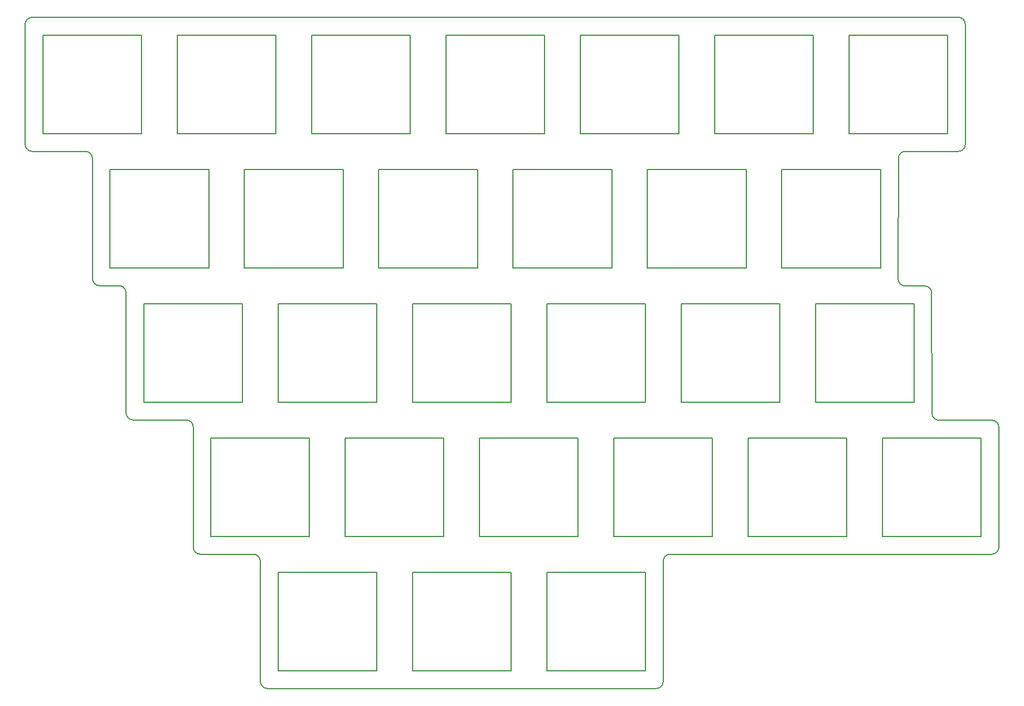
<source format=gm1>
%TF.GenerationSoftware,KiCad,Pcbnew,7.0.10*%
%TF.CreationDate,2024-02-19T14:04:53+09:00*%
%TF.ProjectId,keyball-row-staggered-left,6b657962-616c-46c2-9d72-6f772d737461,rev?*%
%TF.SameCoordinates,Original*%
%TF.FileFunction,Profile,NP*%
%FSLAX46Y46*%
G04 Gerber Fmt 4.6, Leading zero omitted, Abs format (unit mm)*
G04 Created by KiCad (PCBNEW 7.0.10) date 2024-02-19 14:04:53*
%MOMM*%
%LPD*%
G01*
G04 APERTURE LIST*
%TA.AperFunction,Profile*%
%ADD10C,0.188976*%
%TD*%
%TA.AperFunction,Profile*%
%ADD11C,0.200000*%
%TD*%
G04 APERTURE END LIST*
D10*
X73961998Y-111774998D02*
X87962002Y-111774998D01*
D11*
X157137500Y-77225000D02*
G75*
G03*
X156137500Y-76225000I-1000000J0D01*
G01*
D10*
X35862000Y-73674999D02*
X49862000Y-73674999D01*
X102249996Y-54625000D02*
X102249996Y-40625000D01*
X59387001Y-78725003D02*
X45386999Y-78725003D01*
D11*
X151375000Y-19050000D02*
X20050000Y-19050000D01*
X34362000Y-76174999D02*
X41887000Y-76174999D01*
D10*
X49862000Y-59674999D02*
X35862000Y-59674999D01*
X126062000Y-73674999D02*
X126062000Y-59674999D01*
D11*
X28600000Y-39075000D02*
X28600000Y-56124999D01*
X151375000Y-38075000D02*
G75*
G03*
X152375000Y-37075000I0J1000000D01*
G01*
X157137500Y-94225000D02*
X157137500Y-77225000D01*
D10*
X49862000Y-73674999D02*
X49862000Y-59674999D01*
D11*
X33362001Y-75174999D02*
G75*
G03*
X34362000Y-76174999I999999J-1D01*
G01*
D10*
X111774998Y-21575000D02*
X97774998Y-21575000D01*
X107011997Y-97774998D02*
X93011997Y-97774998D01*
X93011997Y-111774998D02*
X107011997Y-111774998D01*
X40625000Y-35574999D02*
X54625000Y-35574999D01*
X140636997Y-92725003D02*
X154636997Y-92725003D01*
X45100001Y-40625000D02*
X31100001Y-40625000D01*
X83487004Y-92725003D02*
X97487004Y-92725003D01*
X64437000Y-92725003D02*
X78437000Y-92725003D01*
D11*
X156137500Y-95225000D02*
G75*
G03*
X157137500Y-94225000I0J1000000D01*
G01*
D10*
X88249996Y-40625000D02*
X88249996Y-54625000D01*
X93011997Y-73674999D02*
X107011997Y-73674999D01*
X93011997Y-59674999D02*
X93011997Y-73674999D01*
X107299999Y-54625000D02*
X121299999Y-54625000D01*
X68911999Y-59674999D02*
X54911999Y-59674999D01*
D11*
X28600000Y-39075000D02*
G75*
G03*
X27600000Y-38075000I-1000000J0D01*
G01*
D10*
X116536999Y-78725003D02*
X102536999Y-78725003D01*
X45386999Y-92725003D02*
X59387001Y-92725003D01*
X31100001Y-54625000D02*
X45100001Y-54625000D01*
X121299999Y-40625000D02*
X107299999Y-40625000D01*
D11*
X52412001Y-96224999D02*
G75*
G03*
X51411999Y-95224999I-1000001J-1D01*
G01*
D10*
X50150002Y-40625000D02*
X50150002Y-54625000D01*
X140636997Y-78725003D02*
X140636997Y-92725003D01*
X35574999Y-35574999D02*
X35574999Y-21575000D01*
X73961998Y-97774998D02*
X73961998Y-111774998D01*
X135587002Y-78725003D02*
X121587002Y-78725003D01*
X93011997Y-97774998D02*
X93011997Y-111774998D01*
X45100001Y-54625000D02*
X45100001Y-40625000D01*
X135873997Y-21575000D02*
X135873997Y-35574999D01*
X64150002Y-54625000D02*
X64150002Y-40625000D01*
D11*
X110537502Y-95225002D02*
G75*
G03*
X109537502Y-96225000I-2J-999998D01*
G01*
D10*
X154636997Y-92725003D02*
X154636997Y-78725003D01*
D11*
X146613811Y-57175000D02*
X143851310Y-57175000D01*
D10*
X68911999Y-73674999D02*
X68911999Y-59674999D01*
X126350003Y-40625000D02*
X126350003Y-54625000D01*
X97774998Y-35574999D02*
X111774998Y-35574999D01*
X35862000Y-59674999D02*
X35862000Y-73674999D01*
X40625000Y-21575000D02*
X40625000Y-35574999D01*
D11*
X152375000Y-37075000D02*
X152375000Y-20050000D01*
X142851311Y-56173691D02*
X142873693Y-39073691D01*
X20050000Y-19050000D02*
G75*
G03*
X19050000Y-20050000I0J-1000000D01*
G01*
X42887001Y-77174999D02*
G75*
G03*
X41887000Y-76174999I-1000001J-1D01*
G01*
D10*
X73961998Y-59674999D02*
X73961998Y-73674999D01*
X135587002Y-92725003D02*
X135587002Y-78725003D01*
X130824002Y-35574999D02*
X130824002Y-21575000D01*
X83200001Y-40625000D02*
X69200001Y-40625000D01*
X68911999Y-97774998D02*
X54911999Y-97774998D01*
D11*
X152375000Y-20050000D02*
G75*
G03*
X151375000Y-19050000I-1000000J0D01*
G01*
D10*
X92725003Y-21575000D02*
X78725003Y-21575000D01*
D11*
X156137500Y-76225000D02*
X148636189Y-76225000D01*
D10*
X69200001Y-54625000D02*
X83200001Y-54625000D01*
X64437000Y-78725003D02*
X64437000Y-92725003D01*
D11*
X19050000Y-20050000D02*
X19050000Y-37075000D01*
D10*
X131112004Y-59674999D02*
X131112004Y-73674999D01*
X131112004Y-73674999D02*
X145112004Y-73674999D01*
X73961998Y-73674999D02*
X87962002Y-73674999D01*
D11*
X147636189Y-75226312D02*
X147613811Y-58173688D01*
D10*
X107011997Y-111774998D02*
X107011997Y-97774998D01*
X154636997Y-78725003D02*
X140636997Y-78725003D01*
X102536999Y-78725003D02*
X102536999Y-92725003D01*
D11*
X33362001Y-58124999D02*
G75*
G03*
X32362000Y-57124999I-1000001J-1D01*
G01*
D10*
X54911999Y-111774998D02*
X68911999Y-111774998D01*
X54625000Y-35574999D02*
X54625000Y-21575000D01*
X135873997Y-35574999D02*
X149875004Y-35574999D01*
X88249996Y-54625000D02*
X102249996Y-54625000D01*
X116824002Y-21575000D02*
X116824002Y-35574999D01*
X78437000Y-92725003D02*
X78437000Y-78725003D01*
X64150002Y-40625000D02*
X50150002Y-40625000D01*
D11*
X110537502Y-95225000D02*
X156137500Y-95225000D01*
D10*
X87962002Y-73674999D02*
X87962002Y-59674999D01*
X130824002Y-21575000D02*
X116824002Y-21575000D01*
X121299999Y-54625000D02*
X121299999Y-40625000D01*
X73674999Y-21575000D02*
X59674999Y-21575000D01*
D11*
X53412000Y-114275000D02*
X108537502Y-114274999D01*
X42887001Y-94224999D02*
G75*
G03*
X43887000Y-95224999I999999J-1D01*
G01*
D10*
X87962002Y-97774998D02*
X73961998Y-97774998D01*
X116824002Y-35574999D02*
X130824002Y-35574999D01*
X145112004Y-59674999D02*
X131112004Y-59674999D01*
X97774998Y-21575000D02*
X97774998Y-35574999D01*
D11*
X20050000Y-38075000D02*
X27600000Y-38075000D01*
D10*
X92725003Y-35574999D02*
X92725003Y-21575000D01*
X78725003Y-21575000D02*
X78725003Y-35574999D01*
X78725003Y-35574999D02*
X92725003Y-35574999D01*
X97487004Y-78725003D02*
X83487004Y-78725003D01*
X68911999Y-111774998D02*
X68911999Y-97774998D01*
X83487004Y-78725003D02*
X83487004Y-92725003D01*
X54911999Y-59674999D02*
X54911999Y-73674999D01*
D11*
X33362000Y-58124999D02*
X33362000Y-75174999D01*
D10*
X102536999Y-92725003D02*
X116536999Y-92725003D01*
X121587002Y-92725003D02*
X135587002Y-92725003D01*
D11*
X19050000Y-37075000D02*
G75*
G03*
X20050000Y-38075000I1000000J0D01*
G01*
D10*
X112062000Y-73674999D02*
X126062000Y-73674999D01*
X59387001Y-92725003D02*
X59387001Y-78725003D01*
D11*
X28600001Y-56124999D02*
G75*
G03*
X29600000Y-57124999I999999J-1D01*
G01*
X42887000Y-77174999D02*
X42887000Y-94224999D01*
D10*
X54911999Y-73674999D02*
X68911999Y-73674999D01*
X107011997Y-59674999D02*
X93011997Y-59674999D01*
D11*
X52411999Y-96224999D02*
X52412000Y-113275000D01*
D10*
X21575000Y-35574999D02*
X35574999Y-35574999D01*
D11*
X43887000Y-95224999D02*
X51411999Y-95224999D01*
D10*
X50150002Y-54625000D02*
X64150002Y-54625000D01*
D11*
X147613799Y-58173688D02*
G75*
G03*
X146613811Y-57175000I-999999J-1312D01*
G01*
D10*
X73674999Y-35574999D02*
X73674999Y-21575000D01*
X121587002Y-78725003D02*
X121587002Y-92725003D01*
D11*
X109537502Y-113274999D02*
X109537502Y-96225000D01*
D10*
X87962002Y-59674999D02*
X73961998Y-59674999D01*
X78437000Y-78725003D02*
X64437000Y-78725003D01*
X69200001Y-40625000D02*
X69200001Y-54625000D01*
D11*
X143873692Y-38074993D02*
G75*
G03*
X142873694Y-39073691I8J-1000007D01*
G01*
D10*
X140350003Y-54625000D02*
X140350003Y-40625000D01*
X102249996Y-40625000D02*
X88249996Y-40625000D01*
X45386999Y-78725003D02*
X45386999Y-92725003D01*
D11*
X143873692Y-38075000D02*
X151375000Y-38075000D01*
X108537502Y-114275002D02*
G75*
G03*
X109537502Y-113274999I-2J1000002D01*
G01*
D10*
X59674999Y-35574999D02*
X73674999Y-35574999D01*
D11*
X147636201Y-75226312D02*
G75*
G03*
X148636189Y-76225000I999999J1312D01*
G01*
D10*
X140350003Y-40625000D02*
X126350003Y-40625000D01*
X149875004Y-21575000D02*
X135873997Y-21575000D01*
X31100001Y-40625000D02*
X31100001Y-54625000D01*
X126350003Y-54625000D02*
X140350003Y-54625000D01*
X111774998Y-35574999D02*
X111774998Y-21575000D01*
X107011997Y-73674999D02*
X107011997Y-59674999D01*
X21575000Y-21575000D02*
X21575000Y-35574999D01*
D11*
X52412000Y-113275000D02*
G75*
G03*
X53412000Y-114275000I1000000J0D01*
G01*
D10*
X126062000Y-59674999D02*
X112062000Y-59674999D01*
X145112004Y-73674999D02*
X145112004Y-59674999D01*
X35574999Y-21575000D02*
X21575000Y-21575000D01*
X83200001Y-54625000D02*
X83200001Y-40625000D01*
X97487004Y-92725003D02*
X97487004Y-78725003D01*
X54625000Y-21575000D02*
X40625000Y-21575000D01*
X87962002Y-111774998D02*
X87962002Y-97774998D01*
X54911999Y-97774998D02*
X54911999Y-111774998D01*
D11*
X142851301Y-56173691D02*
G75*
G03*
X143851310Y-57175000I999999J-1309D01*
G01*
D10*
X107299999Y-40625000D02*
X107299999Y-54625000D01*
X149875004Y-35574999D02*
X149875004Y-21575000D01*
X116536999Y-92725003D02*
X116536999Y-78725003D01*
X59674999Y-21575000D02*
X59674999Y-35574999D01*
X112062000Y-59674999D02*
X112062000Y-73674999D01*
D11*
X29600000Y-57124999D02*
X32362000Y-57124999D01*
M02*

</source>
